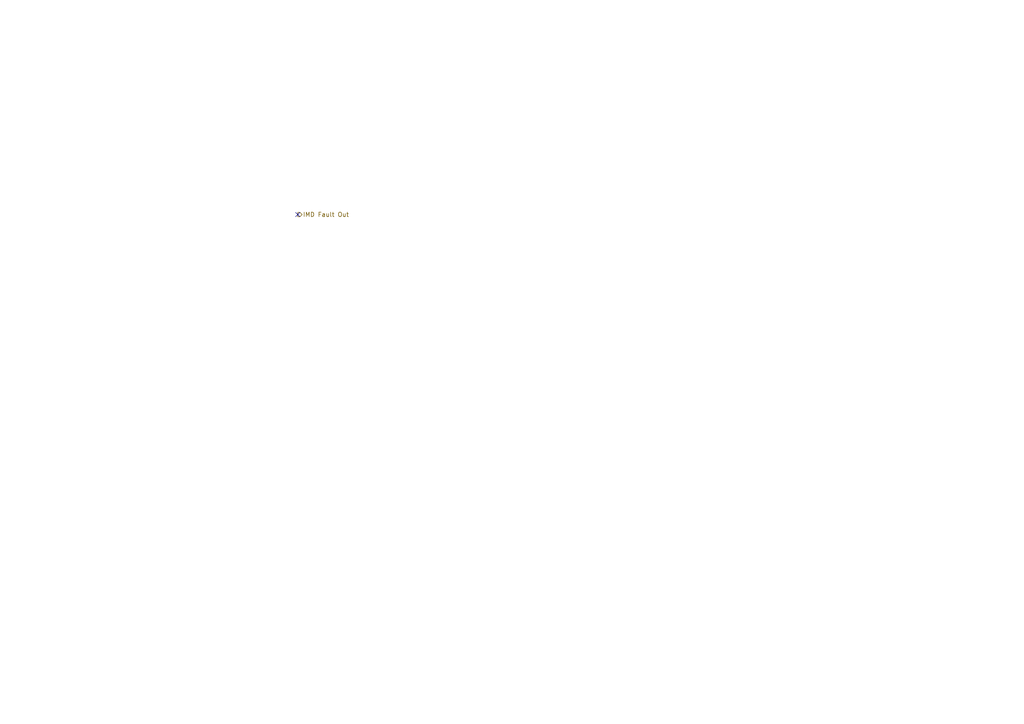
<source format=kicad_sch>
(kicad_sch
	(version 20231120)
	(generator "eeschema")
	(generator_version "8.0")
	(uuid "83e6f496-211f-41ad-8892-5f2b39d045da")
	(paper "A4")
	(lib_symbols)
	(no_connect
		(at 86.36 62.23)
		(uuid "8c8af44f-4f55-4f6c-9059-54e405aef613")
	)
	(hierarchical_label "IMD Fault Out"
		(shape output)
		(at 86.36 62.23 0)
		(fields_autoplaced yes)
		(effects
			(font
				(size 1.27 1.27)
			)
			(justify left)
		)
		(uuid "328ead96-7a26-46f8-9d79-643a6639be3a")
	)
)

</source>
